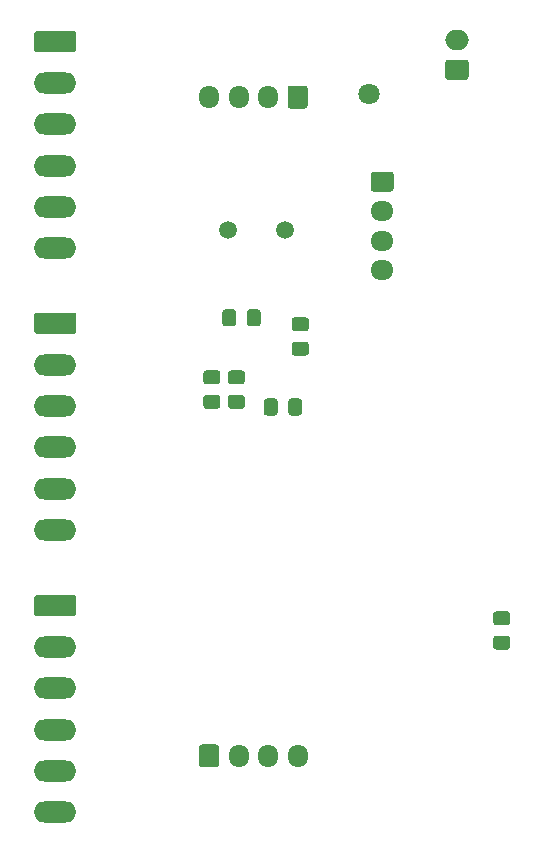
<source format=gbr>
G04 #@! TF.GenerationSoftware,KiCad,Pcbnew,5.1.9*
G04 #@! TF.CreationDate,2021-03-06T22:13:27+08:00*
G04 #@! TF.ProjectId,LaserSwitch-Master,4c617365-7253-4776-9974-63682d4d6173,rev?*
G04 #@! TF.SameCoordinates,Original*
G04 #@! TF.FileFunction,Soldermask,Bot*
G04 #@! TF.FilePolarity,Negative*
%FSLAX46Y46*%
G04 Gerber Fmt 4.6, Leading zero omitted, Abs format (unit mm)*
G04 Created by KiCad (PCBNEW 5.1.9) date 2021-03-06 22:13:27*
%MOMM*%
%LPD*%
G01*
G04 APERTURE LIST*
%ADD10C,1.800000*%
%ADD11O,2.000000X1.700000*%
%ADD12C,1.500000*%
%ADD13O,3.600000X1.800000*%
%ADD14O,1.700000X1.950000*%
%ADD15O,1.950000X1.700000*%
G04 APERTURE END LIST*
D10*
G04 #@! TO.C,TP1*
X136677400Y-72517000D03*
G04 #@! TD*
D11*
G04 #@! TO.C,J7*
X144119600Y-67934200D03*
G36*
G01*
X144869600Y-71284200D02*
X143369600Y-71284200D01*
G75*
G02*
X143119600Y-71034200I0J250000D01*
G01*
X143119600Y-69834200D01*
G75*
G02*
X143369600Y-69584200I250000J0D01*
G01*
X144869600Y-69584200D01*
G75*
G02*
X145119600Y-69834200I0J-250000D01*
G01*
X145119600Y-71034200D01*
G75*
G02*
X144869600Y-71284200I-250000J0D01*
G01*
G37*
G04 #@! TD*
D12*
G04 #@! TO.C,Y1*
X124710800Y-84023200D03*
X129590800Y-84023200D03*
G04 #@! TD*
D13*
G04 #@! TO.C,J6*
X110109000Y-133298600D03*
X110109000Y-129798600D03*
X110109000Y-126298600D03*
X110109000Y-122798600D03*
X110109000Y-119298600D03*
G36*
G01*
X108559000Y-114898600D02*
X111659000Y-114898600D01*
G75*
G02*
X111909000Y-115148600I0J-250000D01*
G01*
X111909000Y-116448600D01*
G75*
G02*
X111659000Y-116698600I-250000J0D01*
G01*
X108559000Y-116698600D01*
G75*
G02*
X108309000Y-116448600I0J250000D01*
G01*
X108309000Y-115148600D01*
G75*
G02*
X108559000Y-114898600I250000J0D01*
G01*
G37*
G04 #@! TD*
G04 #@! TO.C,J5*
X110109000Y-109397200D03*
X110109000Y-105897200D03*
X110109000Y-102397200D03*
X110109000Y-98897200D03*
X110109000Y-95397200D03*
G36*
G01*
X108559000Y-90997200D02*
X111659000Y-90997200D01*
G75*
G02*
X111909000Y-91247200I0J-250000D01*
G01*
X111909000Y-92547200D01*
G75*
G02*
X111659000Y-92797200I-250000J0D01*
G01*
X108559000Y-92797200D01*
G75*
G02*
X108309000Y-92547200I0J250000D01*
G01*
X108309000Y-91247200D01*
G75*
G02*
X108559000Y-90997200I250000J0D01*
G01*
G37*
G04 #@! TD*
G04 #@! TO.C,J4*
X110109000Y-85547200D03*
X110109000Y-82047200D03*
X110109000Y-78547200D03*
X110109000Y-75047200D03*
X110109000Y-71547200D03*
G36*
G01*
X108559000Y-67147200D02*
X111659000Y-67147200D01*
G75*
G02*
X111909000Y-67397200I0J-250000D01*
G01*
X111909000Y-68697200D01*
G75*
G02*
X111659000Y-68947200I-250000J0D01*
G01*
X108559000Y-68947200D01*
G75*
G02*
X108309000Y-68697200I0J250000D01*
G01*
X108309000Y-67397200D01*
G75*
G02*
X108559000Y-67147200I250000J0D01*
G01*
G37*
G04 #@! TD*
D14*
G04 #@! TO.C,J3*
X130639200Y-128524000D03*
X128139200Y-128524000D03*
X125639200Y-128524000D03*
G36*
G01*
X122289200Y-129249000D02*
X122289200Y-127799000D01*
G75*
G02*
X122539200Y-127549000I250000J0D01*
G01*
X123739200Y-127549000D01*
G75*
G02*
X123989200Y-127799000I0J-250000D01*
G01*
X123989200Y-129249000D01*
G75*
G02*
X123739200Y-129499000I-250000J0D01*
G01*
X122539200Y-129499000D01*
G75*
G02*
X122289200Y-129249000I0J250000D01*
G01*
G37*
G04 #@! TD*
D15*
G04 #@! TO.C,J2*
X137795000Y-87408400D03*
X137795000Y-84908400D03*
X137795000Y-82408400D03*
G36*
G01*
X137070000Y-79058400D02*
X138520000Y-79058400D01*
G75*
G02*
X138770000Y-79308400I0J-250000D01*
G01*
X138770000Y-80508400D01*
G75*
G02*
X138520000Y-80758400I-250000J0D01*
G01*
X137070000Y-80758400D01*
G75*
G02*
X136820000Y-80508400I0J250000D01*
G01*
X136820000Y-79308400D01*
G75*
G02*
X137070000Y-79058400I250000J0D01*
G01*
G37*
G04 #@! TD*
D14*
G04 #@! TO.C,J1*
X123132200Y-72745600D03*
X125632200Y-72745600D03*
X128132200Y-72745600D03*
G36*
G01*
X131482200Y-72020600D02*
X131482200Y-73470600D01*
G75*
G02*
X131232200Y-73720600I-250000J0D01*
G01*
X130032200Y-73720600D01*
G75*
G02*
X129782200Y-73470600I0J250000D01*
G01*
X129782200Y-72020600D01*
G75*
G02*
X130032200Y-71770600I250000J0D01*
G01*
X131232200Y-71770600D01*
G75*
G02*
X131482200Y-72020600I0J-250000D01*
G01*
G37*
G04 #@! TD*
G04 #@! TO.C,C13*
G36*
G01*
X130385800Y-93464800D02*
X131335800Y-93464800D01*
G75*
G02*
X131585800Y-93714800I0J-250000D01*
G01*
X131585800Y-94389800D01*
G75*
G02*
X131335800Y-94639800I-250000J0D01*
G01*
X130385800Y-94639800D01*
G75*
G02*
X130135800Y-94389800I0J250000D01*
G01*
X130135800Y-93714800D01*
G75*
G02*
X130385800Y-93464800I250000J0D01*
G01*
G37*
G36*
G01*
X130385800Y-91389800D02*
X131335800Y-91389800D01*
G75*
G02*
X131585800Y-91639800I0J-250000D01*
G01*
X131585800Y-92314800D01*
G75*
G02*
X131335800Y-92564800I-250000J0D01*
G01*
X130385800Y-92564800D01*
G75*
G02*
X130135800Y-92314800I0J250000D01*
G01*
X130135800Y-91639800D01*
G75*
G02*
X130385800Y-91389800I250000J0D01*
G01*
G37*
G04 #@! TD*
G04 #@! TO.C,C11*
G36*
G01*
X126332400Y-91915000D02*
X126332400Y-90965000D01*
G75*
G02*
X126582400Y-90715000I250000J0D01*
G01*
X127257400Y-90715000D01*
G75*
G02*
X127507400Y-90965000I0J-250000D01*
G01*
X127507400Y-91915000D01*
G75*
G02*
X127257400Y-92165000I-250000J0D01*
G01*
X126582400Y-92165000D01*
G75*
G02*
X126332400Y-91915000I0J250000D01*
G01*
G37*
G36*
G01*
X124257400Y-91915000D02*
X124257400Y-90965000D01*
G75*
G02*
X124507400Y-90715000I250000J0D01*
G01*
X125182400Y-90715000D01*
G75*
G02*
X125432400Y-90965000I0J-250000D01*
G01*
X125432400Y-91915000D01*
G75*
G02*
X125182400Y-92165000I-250000J0D01*
G01*
X124507400Y-92165000D01*
G75*
G02*
X124257400Y-91915000I0J250000D01*
G01*
G37*
G04 #@! TD*
G04 #@! TO.C,C10*
G36*
G01*
X123842800Y-97060600D02*
X122892800Y-97060600D01*
G75*
G02*
X122642800Y-96810600I0J250000D01*
G01*
X122642800Y-96135600D01*
G75*
G02*
X122892800Y-95885600I250000J0D01*
G01*
X123842800Y-95885600D01*
G75*
G02*
X124092800Y-96135600I0J-250000D01*
G01*
X124092800Y-96810600D01*
G75*
G02*
X123842800Y-97060600I-250000J0D01*
G01*
G37*
G36*
G01*
X123842800Y-99135600D02*
X122892800Y-99135600D01*
G75*
G02*
X122642800Y-98885600I0J250000D01*
G01*
X122642800Y-98210600D01*
G75*
G02*
X122892800Y-97960600I250000J0D01*
G01*
X123842800Y-97960600D01*
G75*
G02*
X124092800Y-98210600I0J-250000D01*
G01*
X124092800Y-98885600D01*
G75*
G02*
X123842800Y-99135600I-250000J0D01*
G01*
G37*
G04 #@! TD*
G04 #@! TO.C,C9*
G36*
G01*
X128937600Y-98508800D02*
X128937600Y-99458800D01*
G75*
G02*
X128687600Y-99708800I-250000J0D01*
G01*
X128012600Y-99708800D01*
G75*
G02*
X127762600Y-99458800I0J250000D01*
G01*
X127762600Y-98508800D01*
G75*
G02*
X128012600Y-98258800I250000J0D01*
G01*
X128687600Y-98258800D01*
G75*
G02*
X128937600Y-98508800I0J-250000D01*
G01*
G37*
G36*
G01*
X131012600Y-98508800D02*
X131012600Y-99458800D01*
G75*
G02*
X130762600Y-99708800I-250000J0D01*
G01*
X130087600Y-99708800D01*
G75*
G02*
X129837600Y-99458800I0J250000D01*
G01*
X129837600Y-98508800D01*
G75*
G02*
X130087600Y-98258800I250000J0D01*
G01*
X130762600Y-98258800D01*
G75*
G02*
X131012600Y-98508800I0J-250000D01*
G01*
G37*
G04 #@! TD*
G04 #@! TO.C,C8*
G36*
G01*
X125925600Y-97060600D02*
X124975600Y-97060600D01*
G75*
G02*
X124725600Y-96810600I0J250000D01*
G01*
X124725600Y-96135600D01*
G75*
G02*
X124975600Y-95885600I250000J0D01*
G01*
X125925600Y-95885600D01*
G75*
G02*
X126175600Y-96135600I0J-250000D01*
G01*
X126175600Y-96810600D01*
G75*
G02*
X125925600Y-97060600I-250000J0D01*
G01*
G37*
G36*
G01*
X125925600Y-99135600D02*
X124975600Y-99135600D01*
G75*
G02*
X124725600Y-98885600I0J250000D01*
G01*
X124725600Y-98210600D01*
G75*
G02*
X124975600Y-97960600I250000J0D01*
G01*
X125925600Y-97960600D01*
G75*
G02*
X126175600Y-98210600I0J-250000D01*
G01*
X126175600Y-98885600D01*
G75*
G02*
X125925600Y-99135600I-250000J0D01*
G01*
G37*
G04 #@! TD*
G04 #@! TO.C,C5*
G36*
G01*
X147429200Y-118356800D02*
X148379200Y-118356800D01*
G75*
G02*
X148629200Y-118606800I0J-250000D01*
G01*
X148629200Y-119281800D01*
G75*
G02*
X148379200Y-119531800I-250000J0D01*
G01*
X147429200Y-119531800D01*
G75*
G02*
X147179200Y-119281800I0J250000D01*
G01*
X147179200Y-118606800D01*
G75*
G02*
X147429200Y-118356800I250000J0D01*
G01*
G37*
G36*
G01*
X147429200Y-116281800D02*
X148379200Y-116281800D01*
G75*
G02*
X148629200Y-116531800I0J-250000D01*
G01*
X148629200Y-117206800D01*
G75*
G02*
X148379200Y-117456800I-250000J0D01*
G01*
X147429200Y-117456800D01*
G75*
G02*
X147179200Y-117206800I0J250000D01*
G01*
X147179200Y-116531800D01*
G75*
G02*
X147429200Y-116281800I250000J0D01*
G01*
G37*
G04 #@! TD*
M02*

</source>
